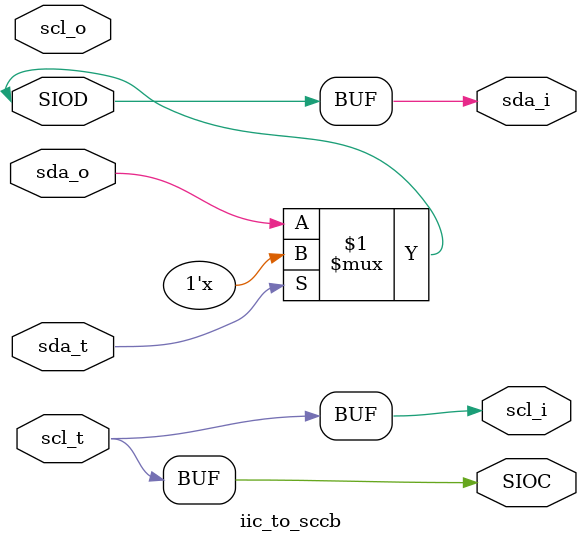
<source format=v>
/* iic_to_sccb.sv
 * 
 * This module provides a bridge from the output of a Xilinx AXI IIC IP
 * to an Omnivision SCCB bus.
 *
 * SCCB SIO_C is:
 *     - single-directional 
 *     - active-high
 *     - driven by the master
 *
 * SCCB SIO_D is:
 *     - bi-directional
 *     - floating when bus is idle
*/

module iic_to_sccb 
    (
    // SCCB Interface
    output wire SIOC,
    inout  wire SIOD,

    // AXI IIC Interface
    output wire scl_i, // SCL data input
    input  wire scl_o, // SCL data output
    input  wire scl_t, // SCL tristate active-high enable

    output wire sda_i, // SDA data input
    input  wire sda_o, // SDA data output
    input  wire sda_t  // SDA tristate active-high enable 
    );

/*
|  scl_t  |  bus state  |
|    1    |      1      |
|    0    |      0      |
*/
    assign SIOC  = scl_t;
    assign scl_i = scl_t;

    assign SIOD  = (sda_t) ? 1'bz : sda_o;
    assign sda_i = SIOD;

endmodule 
</source>
